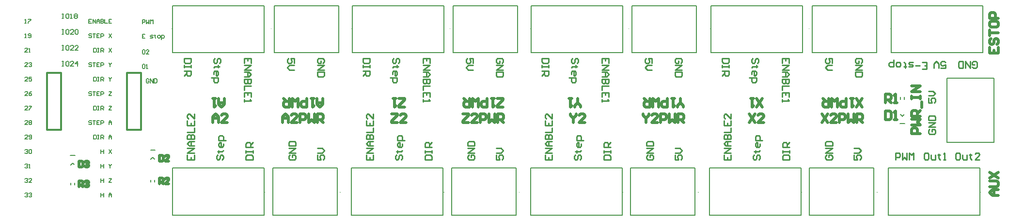
<source format=gto>
G04*
G04 #@! TF.GenerationSoftware,Altium Limited,Altium Designer,21.6.1 (37)*
G04*
G04 Layer_Color=65535*
%FSLAX44Y44*%
%MOMM*%
G71*
G04*
G04 #@! TF.SameCoordinates,826819EA-234B-40C6-A563-737F89A4C456*
G04*
G04*
G04 #@! TF.FilePolarity,Positive*
G04*
G01*
G75*
%ADD10C,0.1000*%
%ADD11C,0.2000*%
%ADD12C,0.3000*%
%ADD13C,0.1800*%
%ADD14C,0.5000*%
%ADD15C,0.2540*%
D10*
X1061500Y337500D02*
G03*
X1062500Y337500I500J0D01*
G01*
D02*
G03*
X1061500Y337500I-500J0D01*
G01*
X889958D02*
G03*
X890957Y337500I500J0D01*
G01*
D02*
G03*
X889958Y337500I-500J0D01*
G01*
X749000D02*
G03*
X750000Y337500I500J0D01*
G01*
D02*
G03*
X749000Y337500I-500J0D01*
G01*
X577458D02*
G03*
X578457Y337500I500J0D01*
G01*
D02*
G03*
X577458Y337500I-500J0D01*
G01*
X436500D02*
G03*
X437500Y337500I500J0D01*
G01*
D02*
G03*
X436500Y337500I-500J0D01*
G01*
X263500D02*
G03*
X264500Y337500I500J0D01*
G01*
D02*
G03*
X263500Y337500I-500J0D01*
G01*
X1518500D02*
G03*
X1519500Y337500I500J0D01*
G01*
D02*
G03*
X1518500Y337500I-500J0D01*
G01*
X1203500D02*
G03*
X1204500Y337500I500J0D01*
G01*
D02*
G03*
X1203500Y337500I-500J0D01*
G01*
X1376500D02*
G03*
X1377500Y337500I500J0D01*
G01*
D02*
G03*
X1376500Y337500I-500J0D01*
G01*
X1660000Y256000D02*
G03*
X1660000Y255000I0J-500D01*
G01*
D02*
G03*
X1660000Y256000I0J500D01*
G01*
X1676500Y50000D02*
G03*
X1675500Y50000I-500J0D01*
G01*
D02*
G03*
X1676500Y50000I500J0D01*
G01*
X1496000D02*
G03*
X1495000Y50000I-500J0D01*
G01*
D02*
G03*
X1496000Y50000I500J0D01*
G01*
X1364000D02*
G03*
X1363000Y50000I-500J0D01*
G01*
D02*
G03*
X1364000Y50000I500J0D01*
G01*
X1183500D02*
G03*
X1182500Y50000I-500J0D01*
G01*
D02*
G03*
X1183500Y50000I500J0D01*
G01*
X1051500D02*
G03*
X1050500Y50000I-500J0D01*
G01*
D02*
G03*
X1051500Y50000I500J0D01*
G01*
X871000D02*
G03*
X870000Y50000I-500J0D01*
G01*
D02*
G03*
X871000Y50000I500J0D01*
G01*
X739000D02*
G03*
X738000Y50000I-500J0D01*
G01*
D02*
G03*
X739000Y50000I500J0D01*
G01*
X558500D02*
G03*
X557500Y50000I-500J0D01*
G01*
D02*
G03*
X558500Y50000I500J0D01*
G01*
X426500D02*
G03*
X425500Y50000I-500J0D01*
G01*
D02*
G03*
X426500Y50000I500J0D01*
G01*
D11*
X233500Y68000D02*
Y72000D01*
X226500Y68000D02*
Y72000D01*
X226625Y108375D02*
X230000Y111750D01*
X233250Y108500D01*
X226250Y124500D02*
X234500D01*
X86625Y98375D02*
X90000Y101750D01*
X93250Y98500D01*
X86250Y114500D02*
X94500D01*
X93500Y63000D02*
Y67000D01*
X86500Y63000D02*
Y67000D01*
X1540000Y183250D02*
X1543375Y186625D01*
X1536750Y186500D02*
X1540000Y183250D01*
X1535500Y170500D02*
X1543750D01*
X1536500Y213000D02*
Y217000D01*
X1543500Y213000D02*
Y217000D01*
X1067500Y377500D02*
X1180000D01*
Y295000D02*
Y377500D01*
X1067500Y295000D02*
X1180000D01*
X1067500D02*
Y377500D01*
X1051458Y295000D02*
Y317500D01*
Y377500D01*
X891458D02*
X1051458D01*
X891458Y295000D02*
X1051458D01*
X891458D02*
Y377500D01*
X1051458Y295000D02*
Y317500D01*
X755000Y377500D02*
X867500D01*
Y295000D02*
Y377500D01*
X755000Y295000D02*
X867500D01*
X755000D02*
Y377500D01*
X738958Y295000D02*
Y317500D01*
Y377500D01*
X578957D02*
X738958D01*
X578957Y295000D02*
X738958D01*
X578957D02*
Y377500D01*
X738958Y295000D02*
Y317500D01*
X442500Y377500D02*
X555000D01*
Y295000D02*
Y377500D01*
X442500Y295000D02*
X555000D01*
X442500D02*
Y377500D01*
X425000Y295000D02*
Y317500D01*
Y377500D01*
X265000D02*
X425000D01*
X265000Y295000D02*
X425000D01*
X265000D02*
Y377500D01*
X425000Y295000D02*
Y317500D01*
X1680000Y295000D02*
Y317500D01*
Y377500D01*
X1520000D02*
X1680000D01*
X1520000Y295000D02*
X1680000D01*
X1520000D02*
Y377500D01*
X1680000Y295000D02*
Y317500D01*
X1365000Y295000D02*
Y317500D01*
Y377500D01*
X1205000D02*
X1365000D01*
X1205000Y295000D02*
X1365000D01*
X1205000D02*
Y377500D01*
X1365000Y295000D02*
Y317500D01*
X1382500Y377500D02*
X1495000D01*
Y295000D02*
Y377500D01*
X1382500Y295000D02*
X1495000D01*
X1382500D02*
Y377500D01*
X1700000Y137500D02*
Y250000D01*
X1617500Y137500D02*
X1700000D01*
X1617500D02*
Y250000D01*
X1700000D01*
X1515000Y70000D02*
Y92500D01*
Y10000D02*
Y70000D01*
Y10000D02*
X1675000D01*
X1515000Y92500D02*
X1675000D01*
Y10000D02*
Y92500D01*
X1515000Y70000D02*
Y92500D01*
X1377500Y10000D02*
X1490000D01*
X1377500D02*
Y92500D01*
X1490000D01*
Y10000D02*
Y92500D01*
X1202500Y70000D02*
Y92500D01*
Y10000D02*
Y70000D01*
Y10000D02*
X1362500D01*
X1202500Y92500D02*
X1362500D01*
Y10000D02*
Y92500D01*
X1202500Y70000D02*
Y92500D01*
X1065000Y10000D02*
X1177500D01*
X1065000D02*
Y92500D01*
X1177500D01*
Y10000D02*
Y92500D01*
X890000Y70000D02*
Y92500D01*
Y10000D02*
Y70000D01*
Y10000D02*
X1050000D01*
X890000Y92500D02*
X1050000D01*
Y10000D02*
Y92500D01*
X890000Y70000D02*
Y92500D01*
X752500Y10000D02*
X865000D01*
X752500D02*
Y92500D01*
X865000D01*
Y10000D02*
Y92500D01*
X577500Y70000D02*
Y92500D01*
Y10000D02*
Y70000D01*
Y10000D02*
X737500D01*
X577500Y92500D02*
X737500D01*
Y10000D02*
Y92500D01*
X577500Y70000D02*
Y92500D01*
X440000Y10000D02*
X552500D01*
X440000D02*
Y92500D01*
X552500D01*
Y10000D02*
Y92500D01*
X265000Y70000D02*
Y92500D01*
Y10000D02*
Y70000D01*
Y10000D02*
X425000D01*
X265000Y92500D02*
X425000D01*
Y10000D02*
Y92500D01*
X265000Y70000D02*
Y92500D01*
D12*
X45000Y160000D02*
Y260000D01*
Y160000D02*
X70000D01*
Y260000D01*
X45000D02*
X70000D01*
X185000D02*
X210000D01*
X185000Y160000D02*
Y260000D01*
Y160000D02*
X210000D01*
Y260000D01*
D13*
X6800Y347015D02*
X9133D01*
X7966D01*
Y354013D01*
X6800Y352847D01*
X12631Y354013D02*
X17297D01*
Y352847D01*
X12631Y348181D01*
Y347015D01*
X6800Y321581D02*
X9133D01*
X7966D01*
Y328578D01*
X6800Y327412D01*
X12631Y322747D02*
X13798Y321581D01*
X16130D01*
X17297Y322747D01*
Y327412D01*
X16130Y328578D01*
X13798D01*
X12631Y327412D01*
Y326246D01*
X13798Y325079D01*
X17297D01*
X11465Y296146D02*
X6800D01*
X11465Y300811D01*
Y301977D01*
X10299Y303144D01*
X7966D01*
X6800Y301977D01*
X13798Y296146D02*
X16130D01*
X14964D01*
Y303144D01*
X13798Y301977D01*
X11465Y270711D02*
X6800D01*
X11465Y275376D01*
Y276543D01*
X10299Y277709D01*
X7966D01*
X6800Y276543D01*
X13798D02*
X14964Y277709D01*
X17297D01*
X18463Y276543D01*
Y275376D01*
X17297Y274210D01*
X16130D01*
X17297D01*
X18463Y273044D01*
Y271878D01*
X17297Y270711D01*
X14964D01*
X13798Y271878D01*
X11465Y245277D02*
X6800D01*
X11465Y249942D01*
Y251108D01*
X10299Y252274D01*
X7966D01*
X6800Y251108D01*
X18463Y252274D02*
X13798D01*
Y248776D01*
X16130Y249942D01*
X17297D01*
X18463Y248776D01*
Y246443D01*
X17297Y245277D01*
X14964D01*
X13798Y246443D01*
X11465Y219842D02*
X6800D01*
X11465Y224507D01*
Y225674D01*
X10299Y226840D01*
X7966D01*
X6800Y225674D01*
X18463Y226840D02*
X16130Y225674D01*
X13798Y223341D01*
Y221008D01*
X14964Y219842D01*
X17297D01*
X18463Y221008D01*
Y222175D01*
X17297Y223341D01*
X13798D01*
X11465Y194408D02*
X6800D01*
X11465Y199073D01*
Y200239D01*
X10299Y201405D01*
X7966D01*
X6800Y200239D01*
X13798Y201405D02*
X18463D01*
Y200239D01*
X13798Y195574D01*
Y194408D01*
X11465Y168973D02*
X6800D01*
X11465Y173638D01*
Y174804D01*
X10299Y175971D01*
X7966D01*
X6800Y174804D01*
X13798D02*
X14964Y175971D01*
X17297D01*
X18463Y174804D01*
Y173638D01*
X17297Y172472D01*
X18463Y171306D01*
Y170139D01*
X17297Y168973D01*
X14964D01*
X13798Y170139D01*
Y171306D01*
X14964Y172472D01*
X13798Y173638D01*
Y174804D01*
X14964Y172472D02*
X17297D01*
X11465Y143538D02*
X6800D01*
X11465Y148203D01*
Y149370D01*
X10299Y150536D01*
X7966D01*
X6800Y149370D01*
X13798Y144705D02*
X14964Y143538D01*
X17297D01*
X18463Y144705D01*
Y149370D01*
X17297Y150536D01*
X14964D01*
X13798Y149370D01*
Y148203D01*
X14964Y147037D01*
X18463D01*
X6800Y123935D02*
X7966Y125101D01*
X10299D01*
X11465Y123935D01*
Y122769D01*
X10299Y121603D01*
X9133D01*
X10299D01*
X11465Y120436D01*
Y119270D01*
X10299Y118104D01*
X7966D01*
X6800Y119270D01*
X13798Y123935D02*
X14964Y125101D01*
X17297D01*
X18463Y123935D01*
Y119270D01*
X17297Y118104D01*
X14964D01*
X13798Y119270D01*
Y123935D01*
X6800Y98501D02*
X7966Y99667D01*
X10299D01*
X11465Y98501D01*
Y97334D01*
X10299Y96168D01*
X9133D01*
X10299D01*
X11465Y95002D01*
Y93835D01*
X10299Y92669D01*
X7966D01*
X6800Y93835D01*
X13798Y92669D02*
X16130D01*
X14964D01*
Y99667D01*
X13798Y98501D01*
X6800Y73066D02*
X7966Y74232D01*
X10299D01*
X11465Y73066D01*
Y71900D01*
X10299Y70733D01*
X9133D01*
X10299D01*
X11465Y69567D01*
Y68401D01*
X10299Y67235D01*
X7966D01*
X6800Y68401D01*
X18463Y67235D02*
X13798D01*
X18463Y71900D01*
Y73066D01*
X17297Y74232D01*
X14964D01*
X13798Y73066D01*
X6800Y47632D02*
X7966Y48798D01*
X10299D01*
X11465Y47632D01*
Y46465D01*
X10299Y45299D01*
X9133D01*
X10299D01*
X11465Y44133D01*
Y42966D01*
X10299Y41800D01*
X7966D01*
X6800Y42966D01*
X13798Y47632D02*
X14964Y48798D01*
X17297D01*
X18463Y47632D01*
Y46465D01*
X17297Y45299D01*
X16130D01*
X17297D01*
X18463Y44133D01*
Y42966D01*
X17297Y41800D01*
X14964D01*
X13798Y42966D01*
X211800Y346202D02*
Y353200D01*
X215299D01*
X216465Y352034D01*
Y349701D01*
X215299Y348535D01*
X211800D01*
X218798Y353200D02*
Y346202D01*
X221130Y348535D01*
X223463Y346202D01*
Y353200D01*
X225795Y346202D02*
Y353200D01*
X228128Y350867D01*
X230461Y353200D01*
Y346202D01*
X216465Y327765D02*
X211800D01*
Y320768D01*
X216465D01*
X211800Y324267D02*
X214133D01*
X225795Y320768D02*
X229294D01*
X230461Y321934D01*
X229294Y323100D01*
X226962D01*
X225795Y324267D01*
X226962Y325433D01*
X230461D01*
X233960Y326599D02*
Y325433D01*
X232793D01*
X235126D01*
X233960D01*
Y321934D01*
X235126Y320768D01*
X239791D02*
X242124D01*
X243290Y321934D01*
Y324267D01*
X242124Y325433D01*
X239791D01*
X238625Y324267D01*
Y321934D01*
X239791Y320768D01*
X245623Y318435D02*
Y325433D01*
X249121D01*
X250288Y324267D01*
Y321934D01*
X249121Y320768D01*
X245623D01*
X215299Y299998D02*
X212966D01*
X211800Y298832D01*
Y294167D01*
X212966Y293001D01*
X215299D01*
X216465Y294167D01*
Y298832D01*
X215299Y299998D01*
X223463Y293001D02*
X218798D01*
X223463Y297666D01*
Y298832D01*
X222297Y299998D01*
X219964D01*
X218798Y298832D01*
X215299Y274564D02*
X212966D01*
X211800Y273397D01*
Y268732D01*
X212966Y267566D01*
X215299D01*
X216465Y268732D01*
Y273397D01*
X215299Y274564D01*
X218798Y267566D02*
X221130D01*
X219964D01*
Y274564D01*
X218798Y273397D01*
X223463Y247963D02*
X222297Y249129D01*
X219964D01*
X218798Y247963D01*
Y243298D01*
X219964Y242131D01*
X222297D01*
X223463Y243298D01*
Y245630D01*
X221130D01*
X225795Y242131D02*
Y249129D01*
X230461Y242131D01*
Y249129D01*
X232793D02*
Y242131D01*
X236292D01*
X237458Y243298D01*
Y247963D01*
X236292Y249129D01*
X232793D01*
X123211Y354013D02*
X118546D01*
Y347015D01*
X123211D01*
X118546Y350514D02*
X120879D01*
X125544Y347015D02*
Y354013D01*
X130209Y347015D01*
Y354013D01*
X132542Y347015D02*
Y351680D01*
X134874Y354013D01*
X137207Y351680D01*
Y347015D01*
Y350514D01*
X132542D01*
X139539Y354013D02*
Y347015D01*
X143038D01*
X144205Y348181D01*
Y349348D01*
X143038Y350514D01*
X139539D01*
X143038D01*
X144205Y351680D01*
Y352847D01*
X143038Y354013D01*
X139539D01*
X146537D02*
Y347015D01*
X151202D01*
X158200Y354013D02*
X153535D01*
Y347015D01*
X158200D01*
X153535Y350514D02*
X155867D01*
X123211Y327412D02*
X122045Y328578D01*
X119712D01*
X118546Y327412D01*
Y326246D01*
X119712Y325079D01*
X122045D01*
X123211Y323913D01*
Y322747D01*
X122045Y321581D01*
X119712D01*
X118546Y322747D01*
X125544Y328578D02*
X130209D01*
X127876D01*
Y321581D01*
X137207Y328578D02*
X132542D01*
Y321581D01*
X137207D01*
X132542Y325079D02*
X134874D01*
X139539Y321581D02*
Y328578D01*
X143038D01*
X144205Y327412D01*
Y325079D01*
X143038Y323913D01*
X139539D01*
X153535Y328578D02*
X158200Y321581D01*
Y328578D02*
X153535Y321581D01*
X126710Y303144D02*
Y296146D01*
X130209D01*
X131375Y297312D01*
Y301977D01*
X130209Y303144D01*
X126710D01*
X133708D02*
X136040D01*
X134874D01*
Y296146D01*
X133708D01*
X136040D01*
X139539D02*
Y303144D01*
X143038D01*
X144205Y301977D01*
Y299645D01*
X143038Y298479D01*
X139539D01*
X141872D02*
X144205Y296146D01*
X153535Y303144D02*
X158200Y296146D01*
Y303144D02*
X153535Y296146D01*
X123211Y276543D02*
X122045Y277709D01*
X119712D01*
X118546Y276543D01*
Y275376D01*
X119712Y274210D01*
X122045D01*
X123211Y273044D01*
Y271878D01*
X122045Y270711D01*
X119712D01*
X118546Y271878D01*
X125544Y277709D02*
X130209D01*
X127876D01*
Y270711D01*
X137207Y277709D02*
X132542D01*
Y270711D01*
X137207D01*
X132542Y274210D02*
X134874D01*
X139539Y270711D02*
Y277709D01*
X143038D01*
X144205Y276543D01*
Y274210D01*
X143038Y273044D01*
X139539D01*
X153535Y277709D02*
Y276543D01*
X155867Y274210D01*
X158200Y276543D01*
Y277709D01*
X155867Y274210D02*
Y270711D01*
X126710Y252274D02*
Y245277D01*
X130209D01*
X131375Y246443D01*
Y251108D01*
X130209Y252274D01*
X126710D01*
X133708D02*
X136040D01*
X134874D01*
Y245277D01*
X133708D01*
X136040D01*
X139539D02*
Y252274D01*
X143038D01*
X144205Y251108D01*
Y248776D01*
X143038Y247609D01*
X139539D01*
X141872D02*
X144205Y245277D01*
X153535Y252274D02*
Y251108D01*
X155867Y248776D01*
X158200Y251108D01*
Y252274D01*
X155867Y248776D02*
Y245277D01*
X123211Y225674D02*
X122045Y226840D01*
X119712D01*
X118546Y225674D01*
Y224507D01*
X119712Y223341D01*
X122045D01*
X123211Y222175D01*
Y221008D01*
X122045Y219842D01*
X119712D01*
X118546Y221008D01*
X125544Y226840D02*
X130209D01*
X127876D01*
Y219842D01*
X137207Y226840D02*
X132542D01*
Y219842D01*
X137207D01*
X132542Y223341D02*
X134874D01*
X139539Y219842D02*
Y226840D01*
X143038D01*
X144205Y225674D01*
Y223341D01*
X143038Y222175D01*
X139539D01*
X153535Y226840D02*
X158200D01*
Y225674D01*
X153535Y221008D01*
Y219842D01*
X158200D01*
X126710Y201405D02*
Y194408D01*
X130209D01*
X131375Y195574D01*
Y200239D01*
X130209Y201405D01*
X126710D01*
X133708D02*
X136040D01*
X134874D01*
Y194408D01*
X133708D01*
X136040D01*
X139539D02*
Y201405D01*
X143038D01*
X144205Y200239D01*
Y197906D01*
X143038Y196740D01*
X139539D01*
X141872D02*
X144205Y194408D01*
X153535Y201405D02*
X158200D01*
Y200239D01*
X153535Y195574D01*
Y194408D01*
X158200D01*
X123211Y174804D02*
X122045Y175971D01*
X119712D01*
X118546Y174804D01*
Y173638D01*
X119712Y172472D01*
X122045D01*
X123211Y171306D01*
Y170139D01*
X122045Y168973D01*
X119712D01*
X118546Y170139D01*
X125544Y175971D02*
X130209D01*
X127876D01*
Y168973D01*
X137207Y175971D02*
X132542D01*
Y168973D01*
X137207D01*
X132542Y172472D02*
X134874D01*
X139539Y168973D02*
Y175971D01*
X143038D01*
X144205Y174804D01*
Y172472D01*
X143038Y171306D01*
X139539D01*
X153535Y168973D02*
Y173638D01*
X155867Y175971D01*
X158200Y173638D01*
Y168973D01*
Y172472D01*
X153535D01*
X126710Y150536D02*
Y143538D01*
X130209D01*
X131375Y144705D01*
Y149370D01*
X130209Y150536D01*
X126710D01*
X133708D02*
X136040D01*
X134874D01*
Y143538D01*
X133708D01*
X136040D01*
X139539D02*
Y150536D01*
X143038D01*
X144205Y149370D01*
Y147037D01*
X143038Y145871D01*
X139539D01*
X141872D02*
X144205Y143538D01*
X153535D02*
Y148203D01*
X155867Y150536D01*
X158200Y148203D01*
Y143538D01*
Y147037D01*
X153535D01*
X139539Y125101D02*
Y118104D01*
Y121603D01*
X144205D01*
Y125101D01*
Y118104D01*
X153535Y125101D02*
X158200Y118104D01*
Y125101D02*
X153535Y118104D01*
X139539Y99667D02*
Y92669D01*
Y96168D01*
X144205D01*
Y99667D01*
Y92669D01*
X153535Y99667D02*
Y98501D01*
X155867Y96168D01*
X158200Y98501D01*
Y99667D01*
X155867Y96168D02*
Y92669D01*
X139539Y74232D02*
Y67235D01*
Y70733D01*
X144205D01*
Y74232D01*
Y67235D01*
X153535Y74232D02*
X158200D01*
Y73066D01*
X153535Y68401D01*
Y67235D01*
X158200D01*
X139539Y48798D02*
Y41800D01*
Y45299D01*
X144205D01*
Y48798D01*
Y41800D01*
X153535D02*
Y46465D01*
X155867Y48798D01*
X158200Y46465D01*
Y41800D01*
Y45299D01*
X153535D01*
X71800Y363299D02*
X74466D01*
X73133D01*
Y355301D01*
X71800D01*
X74466D01*
X82463Y363299D02*
X79798D01*
X78464Y361966D01*
Y356634D01*
X79798Y355301D01*
X82463D01*
X83796Y356634D01*
Y361966D01*
X82463Y363299D01*
X86462Y355301D02*
X89128D01*
X87795D01*
Y363299D01*
X86462Y361966D01*
X93126D02*
X94459Y363299D01*
X97125D01*
X98458Y361966D01*
Y360633D01*
X97125Y359300D01*
X98458Y357967D01*
Y356634D01*
X97125Y355301D01*
X94459D01*
X93126Y356634D01*
Y357967D01*
X94459Y359300D01*
X93126Y360633D01*
Y361966D01*
X94459Y359300D02*
X97125D01*
X71800Y335465D02*
X74466D01*
X73133D01*
Y327467D01*
X71800D01*
X74466D01*
X82463Y335465D02*
X79798D01*
X78464Y334132D01*
Y328801D01*
X79798Y327467D01*
X82463D01*
X83796Y328801D01*
Y334132D01*
X82463Y335465D01*
X91794Y327467D02*
X86462D01*
X91794Y332799D01*
Y334132D01*
X90461Y335465D01*
X87795D01*
X86462Y334132D01*
X94459D02*
X95792Y335465D01*
X98458D01*
X99791Y334132D01*
Y328801D01*
X98458Y327467D01*
X95792D01*
X94459Y328801D01*
Y334132D01*
X71800Y307631D02*
X74466D01*
X73133D01*
Y299634D01*
X71800D01*
X74466D01*
X82463Y307631D02*
X79798D01*
X78464Y306298D01*
Y300967D01*
X79798Y299634D01*
X82463D01*
X83796Y300967D01*
Y306298D01*
X82463Y307631D01*
X91794Y299634D02*
X86462D01*
X91794Y304965D01*
Y306298D01*
X90461Y307631D01*
X87795D01*
X86462Y306298D01*
X99791Y299634D02*
X94459D01*
X99791Y304965D01*
Y306298D01*
X98458Y307631D01*
X95792D01*
X94459Y306298D01*
X71800Y279797D02*
X74466D01*
X73133D01*
Y271800D01*
X71800D01*
X74466D01*
X82463Y279797D02*
X79798D01*
X78464Y278465D01*
Y273133D01*
X79798Y271800D01*
X82463D01*
X83796Y273133D01*
Y278465D01*
X82463Y279797D01*
X91794Y271800D02*
X86462D01*
X91794Y277132D01*
Y278465D01*
X90461Y279797D01*
X87795D01*
X86462Y278465D01*
X98458Y271800D02*
Y279797D01*
X94459Y275799D01*
X99791D01*
D14*
X241669Y65002D02*
Y74998D01*
X246668D01*
X248334Y73332D01*
Y70000D01*
X246668Y68334D01*
X241669D01*
X245002D02*
X248334Y65002D01*
X258331D02*
X251666D01*
X258331Y71666D01*
Y73332D01*
X256665Y74998D01*
X253332D01*
X251666Y73332D01*
X241669Y114998D02*
Y105002D01*
X246668D01*
X248334Y106668D01*
Y113332D01*
X246668Y114998D01*
X241669D01*
X258331Y105002D02*
X251666D01*
X258331Y111666D01*
Y113332D01*
X256665Y114998D01*
X253332D01*
X251666Y113332D01*
X101669Y104998D02*
Y95002D01*
X106668D01*
X108334Y96668D01*
Y103332D01*
X106668Y104998D01*
X101669D01*
X111666Y103332D02*
X113332Y104998D01*
X116664D01*
X118331Y103332D01*
Y101666D01*
X116664Y100000D01*
X114998D01*
X116664D01*
X118331Y98334D01*
Y96668D01*
X116664Y95002D01*
X113332D01*
X111666Y96668D01*
X101669Y60002D02*
Y69998D01*
X106668D01*
X108334Y68332D01*
Y65000D01*
X106668Y63334D01*
X101669D01*
X105002D02*
X108334Y60002D01*
X111666Y68332D02*
X113332Y69998D01*
X116664D01*
X118331Y68332D01*
Y66666D01*
X116664Y65000D01*
X114998D01*
X116664D01*
X118331Y63334D01*
Y61668D01*
X116664Y60002D01*
X113332D01*
X111666Y61668D01*
X1509843Y192617D02*
Y177383D01*
X1517461D01*
X1520000Y179922D01*
Y190078D01*
X1517461Y192617D01*
X1509843D01*
X1525078Y177383D02*
X1530157D01*
X1527618D01*
Y192617D01*
X1525078Y190078D01*
X1509843Y207383D02*
Y222617D01*
X1517461D01*
X1520000Y220078D01*
Y215000D01*
X1517461Y212461D01*
X1509843D01*
X1514922D02*
X1520000Y207383D01*
X1525078D02*
X1530157D01*
X1527618D01*
Y222617D01*
X1525078Y220078D01*
X647304Y187617D02*
X657461D01*
Y185078D01*
X647304Y174922D01*
Y172383D01*
X657461D01*
X672696D02*
X662539D01*
X672696Y182539D01*
Y185078D01*
X670157Y187617D01*
X665078D01*
X662539Y185078D01*
X771952Y187617D02*
X782108D01*
Y185078D01*
X771952Y174922D01*
Y172383D01*
X782108D01*
X797343D02*
X787187D01*
X797343Y182539D01*
Y185078D01*
X794804Y187617D01*
X789726D01*
X787187Y185078D01*
X802422Y172383D02*
Y187617D01*
X810039D01*
X812578Y185078D01*
Y180000D01*
X810039Y177461D01*
X802422D01*
X817657Y187617D02*
Y172383D01*
X822735Y177461D01*
X827813Y172383D01*
Y187617D01*
X832892Y172383D02*
Y187617D01*
X840509D01*
X843048Y185078D01*
Y180000D01*
X840509Y177461D01*
X832892D01*
X837970D02*
X843048Y172383D01*
X670157Y199883D02*
X660000D01*
Y202422D01*
X670157Y212578D01*
Y215118D01*
X660000D01*
X654922D02*
X649843D01*
X652383D01*
Y199883D01*
X654922Y202422D01*
X841779Y199883D02*
X831622D01*
Y202422D01*
X841779Y212578D01*
Y215118D01*
X831622D01*
X826544D02*
X821466D01*
X824005D01*
Y199883D01*
X826544Y202422D01*
X813848Y215118D02*
Y199883D01*
X806230D01*
X803691Y202422D01*
Y207500D01*
X806230Y210039D01*
X813848D01*
X798613Y199883D02*
Y215118D01*
X793534Y210039D01*
X788456Y215118D01*
Y199883D01*
X783378Y215118D02*
Y199883D01*
X775760D01*
X773221Y202422D01*
Y207500D01*
X775760Y210039D01*
X783378D01*
X778299D02*
X773221Y215118D01*
X959804Y187617D02*
Y185078D01*
X964883Y180000D01*
X969961Y185078D01*
Y187617D01*
X964883Y180000D02*
Y172383D01*
X985196D02*
X975039D01*
X985196Y182539D01*
Y185078D01*
X982657Y187617D01*
X977578D01*
X975039Y185078D01*
X1086952Y187617D02*
Y185078D01*
X1092030Y180000D01*
X1097108Y185078D01*
Y187617D01*
X1092030Y180000D02*
Y172383D01*
X1112343D02*
X1102187D01*
X1112343Y182539D01*
Y185078D01*
X1109804Y187617D01*
X1104726D01*
X1102187Y185078D01*
X1117422Y172383D02*
Y187617D01*
X1125039D01*
X1127578Y185078D01*
Y180000D01*
X1125039Y177461D01*
X1117422D01*
X1132657Y187617D02*
Y172383D01*
X1137735Y177461D01*
X1142813Y172383D01*
Y187617D01*
X1147892Y172383D02*
Y187617D01*
X1155509D01*
X1158048Y185078D01*
Y180000D01*
X1155509Y177461D01*
X1147892D01*
X1152970D02*
X1158048Y172383D01*
X977657Y199883D02*
Y202422D01*
X972578Y207500D01*
X967500Y202422D01*
Y199883D01*
X972578Y207500D02*
Y215118D01*
X962422D02*
X957343D01*
X959883D01*
Y199883D01*
X962422Y202422D01*
X1156779Y199883D02*
Y202422D01*
X1151701Y207500D01*
X1146622Y202422D01*
Y199883D01*
X1151701Y207500D02*
Y215118D01*
X1141544D02*
X1136466D01*
X1139005D01*
Y199883D01*
X1141544Y202422D01*
X1128848Y215118D02*
Y199883D01*
X1121230D01*
X1118691Y202422D01*
Y207500D01*
X1121230Y210039D01*
X1128848D01*
X1113613Y199883D02*
Y215118D01*
X1108534Y210039D01*
X1103456Y215118D01*
Y199883D01*
X1098378Y215118D02*
Y199883D01*
X1090760D01*
X1088221Y202422D01*
Y207500D01*
X1090760Y210039D01*
X1098378D01*
X1093299D02*
X1088221Y215118D01*
X1272304Y187617D02*
X1282461Y172383D01*
Y187617D02*
X1272304Y172383D01*
X1297696D02*
X1287539D01*
X1297696Y182539D01*
Y185078D01*
X1295157Y187617D01*
X1290078D01*
X1287539Y185078D01*
X1399451Y187617D02*
X1409608Y172383D01*
Y187617D02*
X1399451Y172383D01*
X1424843D02*
X1414687D01*
X1424843Y182539D01*
Y185078D01*
X1422304Y187617D01*
X1417226D01*
X1414687Y185078D01*
X1429922Y172383D02*
Y187617D01*
X1437539D01*
X1440078Y185078D01*
Y180000D01*
X1437539Y177461D01*
X1429922D01*
X1445157Y187617D02*
Y172383D01*
X1450235Y177461D01*
X1455314Y172383D01*
Y187617D01*
X1460392Y172383D02*
Y187617D01*
X1468009D01*
X1470549Y185078D01*
Y180000D01*
X1468009Y177461D01*
X1460392D01*
X1465470D02*
X1470549Y172383D01*
X1295157Y199883D02*
X1285000Y215118D01*
Y199883D02*
X1295157Y215118D01*
X1279922D02*
X1274843D01*
X1277383D01*
Y199883D01*
X1279922Y202422D01*
X1469279Y199883D02*
X1459122Y215118D01*
Y199883D02*
X1469279Y215118D01*
X1454044D02*
X1448965D01*
X1451505D01*
Y199883D01*
X1454044Y202422D01*
X1441348Y215118D02*
Y199883D01*
X1433730D01*
X1431191Y202422D01*
Y207500D01*
X1433730Y210039D01*
X1441348D01*
X1426113Y199883D02*
Y215118D01*
X1421035Y210039D01*
X1415956Y215118D01*
Y199883D01*
X1410878Y215118D02*
Y199883D01*
X1403260D01*
X1400721Y202422D01*
Y207500D01*
X1403260Y210039D01*
X1410878D01*
X1405800D02*
X1400721Y215118D01*
X1571348Y153104D02*
X1556113D01*
Y160721D01*
X1558652Y163260D01*
X1563730D01*
X1566270Y160721D01*
Y153104D01*
X1556113Y168339D02*
X1571348D01*
X1566270Y173417D01*
X1571348Y178495D01*
X1556113D01*
X1571348Y183574D02*
X1556113D01*
Y191191D01*
X1558652Y193730D01*
X1563730D01*
X1566270Y191191D01*
Y183574D01*
Y188652D02*
X1571348Y193730D01*
X1573887Y198809D02*
Y208965D01*
X1556113Y214044D02*
Y219122D01*
Y216583D01*
X1571348D01*
Y214044D01*
Y219122D01*
Y226740D02*
X1556113D01*
X1571348Y236896D01*
X1556113D01*
X1692383Y304608D02*
Y294452D01*
X1707617D01*
Y304608D01*
X1700000Y294452D02*
Y299530D01*
X1694922Y319843D02*
X1692383Y317304D01*
Y312226D01*
X1694922Y309687D01*
X1697461D01*
X1700000Y312226D01*
Y317304D01*
X1702539Y319843D01*
X1705078D01*
X1707617Y317304D01*
Y312226D01*
X1705078Y309687D01*
X1692383Y324922D02*
Y335078D01*
Y330000D01*
X1707617D01*
X1692383Y347774D02*
Y342696D01*
X1694922Y340157D01*
X1705078D01*
X1707617Y342696D01*
Y347774D01*
X1705078Y350313D01*
X1694922D01*
X1692383Y347774D01*
X1707617Y355392D02*
X1692383D01*
Y363009D01*
X1694922Y365549D01*
X1700000D01*
X1702539Y363009D01*
Y355392D01*
X1707617Y44687D02*
X1697461D01*
X1692383Y49765D01*
X1697461Y54843D01*
X1707617D01*
X1700000D01*
Y44687D01*
X1692383Y59922D02*
X1705078D01*
X1707617Y62461D01*
Y67539D01*
X1705078Y70078D01*
X1692383D01*
Y75157D02*
X1707617Y85313D01*
X1692383D02*
X1707617Y75157D01*
X334804Y172383D02*
Y182539D01*
X339883Y187617D01*
X344961Y182539D01*
Y172383D01*
Y180000D01*
X334804D01*
X360196Y172383D02*
X350039D01*
X360196Y182539D01*
Y185078D01*
X357657Y187617D01*
X352578D01*
X350039Y185078D01*
X456951Y172383D02*
Y182539D01*
X462030Y187617D01*
X467108Y182539D01*
Y172383D01*
Y180000D01*
X456951D01*
X482343Y172383D02*
X472187D01*
X482343Y182539D01*
Y185078D01*
X479804Y187617D01*
X474726D01*
X472187Y185078D01*
X487422Y172383D02*
Y187617D01*
X495039D01*
X497578Y185078D01*
Y180000D01*
X495039Y177461D01*
X487422D01*
X502657Y187617D02*
Y172383D01*
X507735Y177461D01*
X512813Y172383D01*
Y187617D01*
X517892Y172383D02*
Y187617D01*
X525509D01*
X528049Y185078D01*
Y180000D01*
X525509Y177461D01*
X517892D01*
X522970D02*
X528049Y172383D01*
X355157Y215118D02*
Y204961D01*
X350078Y199883D01*
X345000Y204961D01*
Y215118D01*
Y207500D01*
X355157D01*
X339922Y215118D02*
X334843D01*
X337383D01*
Y199883D01*
X339922Y202422D01*
X526779Y215118D02*
Y204961D01*
X521701Y199883D01*
X516622Y204961D01*
Y215118D01*
Y207500D01*
X526779D01*
X511544Y215118D02*
X506465D01*
X509005D01*
Y199883D01*
X511544Y202422D01*
X498848Y215118D02*
Y199883D01*
X491230D01*
X488691Y202422D01*
Y207500D01*
X491230Y210039D01*
X498848D01*
X483613Y199883D02*
Y215118D01*
X478535Y210039D01*
X473456Y215118D01*
Y199883D01*
X468378Y215118D02*
Y199883D01*
X460760D01*
X458221Y202422D01*
Y207500D01*
X460760Y210039D01*
X468378D01*
X463299D02*
X458221Y215118D01*
D15*
X1638538Y119536D02*
X1634539D01*
X1632540Y117537D01*
Y109539D01*
X1634539Y107540D01*
X1638538D01*
X1640537Y109539D01*
Y117537D01*
X1638538Y119536D01*
X1644536Y115537D02*
Y109539D01*
X1646535Y107540D01*
X1652534D01*
Y115537D01*
X1658532Y117537D02*
Y115537D01*
X1656532D01*
X1660531D01*
X1658532D01*
Y109539D01*
X1660531Y107540D01*
X1674526D02*
X1666529D01*
X1674526Y115537D01*
Y117537D01*
X1672527Y119536D01*
X1668528D01*
X1666529Y117537D01*
X1583538Y119536D02*
X1579539D01*
X1577540Y117537D01*
Y109539D01*
X1579539Y107540D01*
X1583538D01*
X1585537Y109539D01*
Y117537D01*
X1583538Y119536D01*
X1589536Y115537D02*
Y109539D01*
X1591535Y107540D01*
X1597534D01*
Y115537D01*
X1603532Y117537D02*
Y115537D01*
X1601532D01*
X1605531D01*
X1603532D01*
Y109539D01*
X1605531Y107540D01*
X1611529D02*
X1615528D01*
X1613528D01*
Y119536D01*
X1611529Y117537D01*
X1527540Y107540D02*
Y119536D01*
X1533538D01*
X1535537Y117537D01*
Y113538D01*
X1533538Y111539D01*
X1527540D01*
X1539536Y119536D02*
Y107540D01*
X1543535Y111539D01*
X1547534Y107540D01*
Y119536D01*
X1551532Y107540D02*
Y119536D01*
X1555531Y115537D01*
X1559530Y119536D01*
Y107540D01*
X1661963Y269963D02*
X1663962Y267964D01*
X1667961D01*
X1669960Y269963D01*
Y277961D01*
X1667961Y279960D01*
X1663962D01*
X1661963Y277961D01*
Y273962D01*
X1665961D01*
X1657964Y279960D02*
Y267964D01*
X1649966Y279960D01*
Y267964D01*
X1645968D02*
Y279960D01*
X1639970D01*
X1637970Y277961D01*
Y269963D01*
X1639970Y267964D01*
X1645968D01*
X1606963D02*
X1614960D01*
Y273962D01*
X1610961Y271963D01*
X1608962D01*
X1606963Y273962D01*
Y277961D01*
X1608962Y279960D01*
X1612961D01*
X1614960Y277961D01*
X1602964Y267964D02*
Y275961D01*
X1598965Y279960D01*
X1594966Y275961D01*
Y267964D01*
X527537Y276963D02*
X529536Y278962D01*
Y282961D01*
X527537Y284960D01*
X519539D01*
X517540Y282961D01*
Y278962D01*
X519539Y276963D01*
X523538D01*
Y280961D01*
X517540Y272964D02*
X529536D01*
X517540Y264967D01*
X529536D01*
Y260968D02*
X517540D01*
Y254970D01*
X519539Y252970D01*
X527537D01*
X529536Y254970D01*
Y260968D01*
X477036Y276963D02*
Y284960D01*
X471038D01*
X473037Y280961D01*
Y278962D01*
X471038Y276963D01*
X467039D01*
X465040Y278962D01*
Y282961D01*
X467039Y284960D01*
X477036Y272964D02*
X469039D01*
X465040Y268965D01*
X469039Y264967D01*
X477036D01*
X402036Y276963D02*
Y284960D01*
X390040D01*
Y276963D01*
X396038Y284960D02*
Y280961D01*
X390040Y272964D02*
X402036D01*
X390040Y264967D01*
X402036D01*
X390040Y260968D02*
X398037D01*
X402036Y256969D01*
X398037Y252970D01*
X390040D01*
X396038D01*
Y260968D01*
X402036Y248972D02*
X390040D01*
Y242974D01*
X392039Y240974D01*
X394039D01*
X396038Y242974D01*
Y248972D01*
Y242974D01*
X398037Y240974D01*
X400037D01*
X402036Y242974D01*
Y248972D01*
Y236975D02*
X390040D01*
Y228978D01*
X402036Y216982D02*
Y224979D01*
X390040D01*
Y216982D01*
X396038Y224979D02*
Y220981D01*
X390040Y212983D02*
Y208985D01*
Y210984D01*
X402036D01*
X400037Y212983D01*
X346535Y276963D02*
X348535Y278962D01*
Y282961D01*
X346535Y284960D01*
X344536D01*
X342537Y282961D01*
Y278962D01*
X340537Y276963D01*
X338538D01*
X336539Y278962D01*
Y282961D01*
X338538Y284960D01*
X346535Y270965D02*
X344536D01*
Y272964D01*
Y268965D01*
Y270965D01*
X338538D01*
X336539Y268965D01*
Y256969D02*
Y260968D01*
X338538Y262967D01*
X342537D01*
X344536Y260968D01*
Y256969D01*
X342537Y254970D01*
X340537D01*
Y262967D01*
X332540Y250971D02*
X344536D01*
Y244973D01*
X342537Y242974D01*
X338538D01*
X336539Y244973D01*
Y250971D01*
X297036Y284960D02*
X285040D01*
Y278962D01*
X287039Y276963D01*
X295037D01*
X297036Y278962D01*
Y284960D01*
Y272964D02*
Y268965D01*
Y270965D01*
X285040D01*
Y272964D01*
Y268965D01*
Y262967D02*
X297036D01*
Y256969D01*
X295037Y254970D01*
X291038D01*
X289039Y256969D01*
Y262967D01*
Y258968D02*
X285040Y254970D01*
X840037Y276963D02*
X842036Y278962D01*
Y282961D01*
X840037Y284960D01*
X832039D01*
X830040Y282961D01*
Y278962D01*
X832039Y276963D01*
X836038D01*
Y280961D01*
X830040Y272964D02*
X842036D01*
X830040Y264967D01*
X842036D01*
Y260968D02*
X830040D01*
Y254970D01*
X832039Y252970D01*
X840037D01*
X842036Y254970D01*
Y260968D01*
X789536Y276963D02*
Y284960D01*
X783538D01*
X785537Y280961D01*
Y278962D01*
X783538Y276963D01*
X779539D01*
X777540Y278962D01*
Y282961D01*
X779539Y284960D01*
X789536Y272964D02*
X781539D01*
X777540Y268965D01*
X781539Y264967D01*
X789536D01*
X714536Y276963D02*
Y284960D01*
X702540D01*
Y276963D01*
X708538Y284960D02*
Y280961D01*
X702540Y272964D02*
X714536D01*
X702540Y264967D01*
X714536D01*
X702540Y260968D02*
X710537D01*
X714536Y256969D01*
X710537Y252970D01*
X702540D01*
X708538D01*
Y260968D01*
X714536Y248972D02*
X702540D01*
Y242974D01*
X704539Y240974D01*
X706539D01*
X708538Y242974D01*
Y248972D01*
Y242974D01*
X710537Y240974D01*
X712537D01*
X714536Y242974D01*
Y248972D01*
Y236975D02*
X702540D01*
Y228978D01*
X714536Y216982D02*
Y224979D01*
X702540D01*
Y216982D01*
X708538Y224979D02*
Y220981D01*
X702540Y212983D02*
Y208985D01*
Y210984D01*
X714536D01*
X712537Y212983D01*
X659035Y276963D02*
X661035Y278962D01*
Y282961D01*
X659035Y284960D01*
X657036D01*
X655037Y282961D01*
Y278962D01*
X653037Y276963D01*
X651038D01*
X649039Y278962D01*
Y282961D01*
X651038Y284960D01*
X659035Y270965D02*
X657036D01*
Y272964D01*
Y268965D01*
Y270965D01*
X651038D01*
X649039Y268965D01*
Y256969D02*
Y260968D01*
X651038Y262967D01*
X655037D01*
X657036Y260968D01*
Y256969D01*
X655037Y254970D01*
X653037D01*
Y262967D01*
X645040Y250971D02*
X657036D01*
Y244973D01*
X655037Y242974D01*
X651038D01*
X649039Y244973D01*
Y250971D01*
X609536Y284960D02*
X597540D01*
Y278962D01*
X599539Y276963D01*
X607537D01*
X609536Y278962D01*
Y284960D01*
Y272964D02*
Y268965D01*
Y270965D01*
X597540D01*
Y272964D01*
Y268965D01*
Y262967D02*
X609536D01*
Y256969D01*
X607537Y254970D01*
X603538D01*
X601539Y256969D01*
Y262967D01*
Y258968D02*
X597540Y254970D01*
X1152537Y276963D02*
X1154536Y278962D01*
Y282961D01*
X1152537Y284960D01*
X1144539D01*
X1142540Y282961D01*
Y278962D01*
X1144539Y276963D01*
X1148538D01*
Y280961D01*
X1142540Y272964D02*
X1154536D01*
X1142540Y264967D01*
X1154536D01*
Y260968D02*
X1142540D01*
Y254970D01*
X1144539Y252970D01*
X1152537D01*
X1154536Y254970D01*
Y260968D01*
X1102036Y276963D02*
Y284960D01*
X1096038D01*
X1098037Y280961D01*
Y278962D01*
X1096038Y276963D01*
X1092039D01*
X1090040Y278962D01*
Y282961D01*
X1092039Y284960D01*
X1102036Y272964D02*
X1094039D01*
X1090040Y268965D01*
X1094039Y264967D01*
X1102036D01*
X1027036Y276963D02*
Y284960D01*
X1015040D01*
Y276963D01*
X1021038Y284960D02*
Y280961D01*
X1015040Y272964D02*
X1027036D01*
X1015040Y264967D01*
X1027036D01*
X1015040Y260968D02*
X1023037D01*
X1027036Y256969D01*
X1023037Y252970D01*
X1015040D01*
X1021038D01*
Y260968D01*
X1027036Y248972D02*
X1015040D01*
Y242974D01*
X1017039Y240974D01*
X1019039D01*
X1021038Y242974D01*
Y248972D01*
Y242974D01*
X1023037Y240974D01*
X1025037D01*
X1027036Y242974D01*
Y248972D01*
Y236975D02*
X1015040D01*
Y228978D01*
X1027036Y216982D02*
Y224979D01*
X1015040D01*
Y216982D01*
X1021038Y224979D02*
Y220981D01*
X1015040Y212983D02*
Y208985D01*
Y210984D01*
X1027036D01*
X1025037Y212983D01*
X971535Y276963D02*
X973535Y278962D01*
Y282961D01*
X971535Y284960D01*
X969536D01*
X967537Y282961D01*
Y278962D01*
X965537Y276963D01*
X963538D01*
X961539Y278962D01*
Y282961D01*
X963538Y284960D01*
X971535Y270965D02*
X969536D01*
Y272964D01*
Y268965D01*
Y270965D01*
X963538D01*
X961539Y268965D01*
Y256969D02*
Y260968D01*
X963538Y262967D01*
X967537D01*
X969536Y260968D01*
Y256969D01*
X967537Y254970D01*
X965537D01*
Y262967D01*
X957540Y250971D02*
X969536D01*
Y244973D01*
X967537Y242974D01*
X963538D01*
X961539Y244973D01*
Y250971D01*
X922036Y284960D02*
X910040D01*
Y278962D01*
X912039Y276963D01*
X920037D01*
X922036Y278962D01*
Y284960D01*
Y272964D02*
Y268965D01*
Y270965D01*
X910040D01*
Y272964D01*
Y268965D01*
Y262967D02*
X922036D01*
Y256969D01*
X920037Y254970D01*
X916038D01*
X914039Y256969D01*
Y262967D01*
Y258968D02*
X910040Y254970D01*
X1467537Y276963D02*
X1469536Y278962D01*
Y282961D01*
X1467537Y284960D01*
X1459539D01*
X1457540Y282961D01*
Y278962D01*
X1459539Y276963D01*
X1463538D01*
Y280961D01*
X1457540Y272964D02*
X1469536D01*
X1457540Y264967D01*
X1469536D01*
Y260968D02*
X1457540D01*
Y254970D01*
X1459539Y252970D01*
X1467537D01*
X1469536Y254970D01*
Y260968D01*
X1417036Y276963D02*
Y284960D01*
X1411038D01*
X1413038Y280961D01*
Y278962D01*
X1411038Y276963D01*
X1407039D01*
X1405040Y278962D01*
Y282961D01*
X1407039Y284960D01*
X1417036Y272964D02*
X1409039D01*
X1405040Y268965D01*
X1409039Y264967D01*
X1417036D01*
X1342036Y276963D02*
Y284960D01*
X1330040D01*
Y276963D01*
X1336038Y284960D02*
Y280961D01*
X1330040Y272964D02*
X1342036D01*
X1330040Y264967D01*
X1342036D01*
X1330040Y260968D02*
X1338038D01*
X1342036Y256969D01*
X1338038Y252970D01*
X1330040D01*
X1336038D01*
Y260968D01*
X1342036Y248972D02*
X1330040D01*
Y242974D01*
X1332039Y240974D01*
X1334039D01*
X1336038Y242974D01*
Y248972D01*
Y242974D01*
X1338038Y240974D01*
X1340037D01*
X1342036Y242974D01*
Y248972D01*
Y236975D02*
X1330040D01*
Y228978D01*
X1342036Y216982D02*
Y224979D01*
X1330040D01*
Y216982D01*
X1336038Y224979D02*
Y220981D01*
X1330040Y212983D02*
Y208985D01*
Y210984D01*
X1342036D01*
X1340037Y212983D01*
X1286535Y276963D02*
X1288535Y278962D01*
Y282961D01*
X1286535Y284960D01*
X1284536D01*
X1282537Y282961D01*
Y278962D01*
X1280537Y276963D01*
X1278538D01*
X1276539Y278962D01*
Y282961D01*
X1278538Y284960D01*
X1286535Y270965D02*
X1284536D01*
Y272964D01*
Y268965D01*
Y270965D01*
X1278538D01*
X1276539Y268965D01*
Y256969D02*
Y260968D01*
X1278538Y262967D01*
X1282537D01*
X1284536Y260968D01*
Y256969D01*
X1282537Y254970D01*
X1280537D01*
Y262967D01*
X1272540Y250971D02*
X1284536D01*
Y244973D01*
X1282537Y242974D01*
X1278538D01*
X1276539Y244973D01*
Y250971D01*
X1237036Y284960D02*
X1225040D01*
Y278962D01*
X1227039Y276963D01*
X1235037D01*
X1237036Y278962D01*
Y284960D01*
Y272964D02*
Y268965D01*
Y270965D01*
X1225040D01*
Y272964D01*
Y268965D01*
Y262967D02*
X1237036D01*
Y256969D01*
X1235037Y254970D01*
X1231038D01*
X1229039Y256969D01*
Y262967D01*
Y258968D02*
X1225040Y254970D01*
X1574463Y266465D02*
X1582460D01*
Y278461D01*
X1574463D01*
X1582460Y272463D02*
X1578461D01*
X1570464D02*
X1562466D01*
X1558468Y278461D02*
X1552470D01*
X1550470Y276462D01*
X1552470Y274463D01*
X1556468D01*
X1558468Y272463D01*
X1556468Y270464D01*
X1550470D01*
X1544472Y268465D02*
Y270464D01*
X1546472D01*
X1542473D01*
X1544472D01*
Y276462D01*
X1542473Y278461D01*
X1534476D02*
X1530477D01*
X1528477Y276462D01*
Y272463D01*
X1530477Y270464D01*
X1534476D01*
X1536475Y272463D01*
Y276462D01*
X1534476Y278461D01*
X1524479Y282460D02*
Y270464D01*
X1518481D01*
X1516481Y272463D01*
Y276462D01*
X1518481Y278461D01*
X1524479D01*
X1585464Y215537D02*
Y207540D01*
X1591462D01*
X1589463Y211539D01*
Y213538D01*
X1591462Y215537D01*
X1595461D01*
X1597460Y213538D01*
Y209539D01*
X1595461Y207540D01*
X1585464Y219536D02*
X1593461D01*
X1597460Y223535D01*
X1593461Y227533D01*
X1585464D01*
X1587463Y160537D02*
X1585464Y158538D01*
Y154539D01*
X1587463Y152540D01*
X1595461D01*
X1597460Y154539D01*
Y158538D01*
X1595461Y160537D01*
X1591462D01*
Y156539D01*
X1597460Y164536D02*
X1585464D01*
X1597460Y172533D01*
X1585464D01*
Y176532D02*
X1597460D01*
Y182530D01*
X1595461Y184530D01*
X1587463D01*
X1585464Y182530D01*
Y176532D01*
X1280965Y115537D02*
X1278965Y113538D01*
Y109539D01*
X1280965Y107540D01*
X1282964D01*
X1284963Y109539D01*
Y113538D01*
X1286963Y115537D01*
X1288962D01*
X1290961Y113538D01*
Y109539D01*
X1288962Y107540D01*
X1280965Y121536D02*
X1282964D01*
Y119536D01*
Y123535D01*
Y121536D01*
X1288962D01*
X1290961Y123535D01*
Y135531D02*
Y131532D01*
X1288962Y129533D01*
X1284963D01*
X1282964Y131532D01*
Y135531D01*
X1284963Y137530D01*
X1286963D01*
Y129533D01*
X1294960Y141529D02*
X1282964D01*
Y147527D01*
X1284963Y149526D01*
X1288962D01*
X1290961Y147527D01*
Y141529D01*
X1330464Y107540D02*
X1342460D01*
Y113538D01*
X1340461Y115537D01*
X1332463D01*
X1330464Y113538D01*
Y107540D01*
Y119536D02*
Y123535D01*
Y121535D01*
X1342460D01*
Y119536D01*
Y123535D01*
Y129533D02*
X1330464D01*
Y135531D01*
X1332463Y137530D01*
X1336462D01*
X1338461Y135531D01*
Y129533D01*
Y133532D02*
X1342460Y137530D01*
X1227964Y115537D02*
Y107540D01*
X1239960D01*
Y115537D01*
X1233962Y107540D02*
Y111539D01*
X1239960Y119536D02*
X1227964D01*
X1239960Y127534D01*
X1227964D01*
X1239960Y131532D02*
X1231963D01*
X1227964Y135531D01*
X1231963Y139530D01*
X1239960D01*
X1233962D01*
Y131532D01*
X1227964Y143528D02*
X1239960D01*
Y149526D01*
X1237961Y151526D01*
X1235961D01*
X1233962Y149526D01*
Y143528D01*
Y149526D01*
X1231963Y151526D01*
X1229963D01*
X1227964Y149526D01*
Y143528D01*
Y155524D02*
X1239960D01*
Y163522D01*
X1227964Y175518D02*
Y167521D01*
X1239960D01*
Y175518D01*
X1233962Y167521D02*
Y171519D01*
X1239960Y187514D02*
Y179517D01*
X1231963Y187514D01*
X1229963D01*
X1227964Y185515D01*
Y181516D01*
X1229963Y179517D01*
X1455464Y115537D02*
Y107540D01*
X1461462D01*
X1459463Y111539D01*
Y113538D01*
X1461462Y115537D01*
X1465461D01*
X1467460Y113538D01*
Y109539D01*
X1465461Y107540D01*
X1455464Y119536D02*
X1463461D01*
X1467460Y123535D01*
X1463461Y127534D01*
X1455464D01*
X1407463Y115537D02*
X1405464Y113538D01*
Y109539D01*
X1407463Y107540D01*
X1415461D01*
X1417460Y109539D01*
Y113538D01*
X1415461Y115537D01*
X1411462D01*
Y111539D01*
X1417460Y119536D02*
X1405464D01*
X1417460Y127534D01*
X1405464D01*
Y131532D02*
X1417460D01*
Y137530D01*
X1415461Y139530D01*
X1407463D01*
X1405464Y137530D01*
Y131532D01*
X968465Y115537D02*
X966465Y113538D01*
Y109539D01*
X968465Y107540D01*
X970464D01*
X972463Y109539D01*
Y113538D01*
X974463Y115537D01*
X976462D01*
X978461Y113538D01*
Y109539D01*
X976462Y107540D01*
X968465Y121536D02*
X970464D01*
Y119536D01*
Y123535D01*
Y121536D01*
X976462D01*
X978461Y123535D01*
Y135531D02*
Y131532D01*
X976462Y129533D01*
X972463D01*
X970464Y131532D01*
Y135531D01*
X972463Y137530D01*
X974463D01*
Y129533D01*
X982460Y141529D02*
X970464D01*
Y147527D01*
X972463Y149526D01*
X976462D01*
X978461Y147527D01*
Y141529D01*
X1017964Y107540D02*
X1029960D01*
Y113538D01*
X1027961Y115537D01*
X1019963D01*
X1017964Y113538D01*
Y107540D01*
Y119536D02*
Y123535D01*
Y121536D01*
X1029960D01*
Y119536D01*
Y123535D01*
Y129533D02*
X1017964D01*
Y135531D01*
X1019963Y137530D01*
X1023962D01*
X1025961Y135531D01*
Y129533D01*
Y133532D02*
X1029960Y137530D01*
X915464Y115537D02*
Y107540D01*
X927460D01*
Y115537D01*
X921462Y107540D02*
Y111539D01*
X927460Y119536D02*
X915464D01*
X927460Y127534D01*
X915464D01*
X927460Y131532D02*
X919463D01*
X915464Y135531D01*
X919463Y139530D01*
X927460D01*
X921462D01*
Y131532D01*
X915464Y143528D02*
X927460D01*
Y149526D01*
X925461Y151526D01*
X923461D01*
X921462Y149526D01*
Y143528D01*
Y149526D01*
X919463Y151526D01*
X917463D01*
X915464Y149526D01*
Y143528D01*
Y155524D02*
X927460D01*
Y163522D01*
X915464Y175518D02*
Y167521D01*
X927460D01*
Y175518D01*
X921462Y167521D02*
Y171519D01*
X927460Y187514D02*
Y179517D01*
X919463Y187514D01*
X917463D01*
X915464Y185515D01*
Y181516D01*
X917463Y179517D01*
X1142964Y115537D02*
Y107540D01*
X1148962D01*
X1146963Y111539D01*
Y113538D01*
X1148962Y115537D01*
X1152961D01*
X1154960Y113538D01*
Y109539D01*
X1152961Y107540D01*
X1142964Y119536D02*
X1150961D01*
X1154960Y123535D01*
X1150961Y127534D01*
X1142964D01*
X1094963Y115537D02*
X1092964Y113538D01*
Y109539D01*
X1094963Y107540D01*
X1102961D01*
X1104960Y109539D01*
Y113538D01*
X1102961Y115537D01*
X1098962D01*
Y111539D01*
X1104960Y119536D02*
X1092964D01*
X1104960Y127534D01*
X1092964D01*
Y131532D02*
X1104960D01*
Y137530D01*
X1102961Y139530D01*
X1094963D01*
X1092964Y137530D01*
Y131532D01*
X655965Y115537D02*
X653965Y113538D01*
Y109539D01*
X655965Y107540D01*
X657964D01*
X659963Y109539D01*
Y113538D01*
X661963Y115537D01*
X663962D01*
X665961Y113538D01*
Y109539D01*
X663962Y107540D01*
X655965Y121536D02*
X657964D01*
Y119536D01*
Y123535D01*
Y121536D01*
X663962D01*
X665961Y123535D01*
Y135531D02*
Y131532D01*
X663962Y129533D01*
X659963D01*
X657964Y131532D01*
Y135531D01*
X659963Y137530D01*
X661963D01*
Y129533D01*
X669960Y141529D02*
X657964D01*
Y147527D01*
X659963Y149526D01*
X663962D01*
X665961Y147527D01*
Y141529D01*
X705464Y107540D02*
X717460D01*
Y113538D01*
X715461Y115537D01*
X707463D01*
X705464Y113538D01*
Y107540D01*
Y119536D02*
Y123535D01*
Y121535D01*
X717460D01*
Y119536D01*
Y123535D01*
Y129533D02*
X705464D01*
Y135531D01*
X707463Y137530D01*
X711462D01*
X713461Y135531D01*
Y129533D01*
Y133532D02*
X717460Y137530D01*
X602964Y115537D02*
Y107540D01*
X614960D01*
Y115537D01*
X608962Y107540D02*
Y111539D01*
X614960Y119536D02*
X602964D01*
X614960Y127534D01*
X602964D01*
X614960Y131532D02*
X606963D01*
X602964Y135531D01*
X606963Y139530D01*
X614960D01*
X608962D01*
Y131532D01*
X602964Y143528D02*
X614960D01*
Y149526D01*
X612961Y151526D01*
X610961D01*
X608962Y149526D01*
Y143528D01*
Y149526D01*
X606963Y151526D01*
X604963D01*
X602964Y149526D01*
Y143528D01*
Y155524D02*
X614960D01*
Y163522D01*
X602964Y175518D02*
Y167521D01*
X614960D01*
Y175518D01*
X608962Y167521D02*
Y171519D01*
X614960Y187514D02*
Y179517D01*
X606963Y187514D01*
X604963D01*
X602964Y185515D01*
Y181516D01*
X604963Y179517D01*
X830464Y115537D02*
Y107540D01*
X836462D01*
X834463Y111539D01*
Y113538D01*
X836462Y115537D01*
X840461D01*
X842460Y113538D01*
Y109539D01*
X840461Y107540D01*
X830464Y119536D02*
X838461D01*
X842460Y123535D01*
X838461Y127534D01*
X830464D01*
X782463Y115537D02*
X780464Y113538D01*
Y109539D01*
X782463Y107540D01*
X790461D01*
X792460Y109539D01*
Y113538D01*
X790461Y115537D01*
X786462D01*
Y111539D01*
X792460Y119536D02*
X780464D01*
X792460Y127534D01*
X780464D01*
Y131532D02*
X792460D01*
Y137530D01*
X790461Y139530D01*
X782463D01*
X780464Y137530D01*
Y131532D01*
X469963Y115537D02*
X467964Y113538D01*
Y109539D01*
X469963Y107540D01*
X477961D01*
X479960Y109539D01*
Y113538D01*
X477961Y115537D01*
X473962D01*
Y111539D01*
X479960Y119536D02*
X467964D01*
X479960Y127534D01*
X467964D01*
Y131532D02*
X479960D01*
Y137530D01*
X477961Y139530D01*
X469963D01*
X467964Y137530D01*
Y131532D01*
X517964Y115537D02*
Y107540D01*
X523962D01*
X521963Y111539D01*
Y113538D01*
X523962Y115537D01*
X527961D01*
X529960Y113538D01*
Y109539D01*
X527961Y107540D01*
X517964Y119536D02*
X525961D01*
X529960Y123535D01*
X525961Y127534D01*
X517964D01*
X290464Y115537D02*
Y107540D01*
X302460D01*
Y115537D01*
X296462Y107540D02*
Y111539D01*
X302460Y119536D02*
X290464D01*
X302460Y127534D01*
X290464D01*
X302460Y131532D02*
X294463D01*
X290464Y135531D01*
X294463Y139530D01*
X302460D01*
X296462D01*
Y131532D01*
X290464Y143528D02*
X302460D01*
Y149526D01*
X300461Y151526D01*
X298461D01*
X296462Y149526D01*
Y143528D01*
Y149526D01*
X294463Y151526D01*
X292463D01*
X290464Y149526D01*
Y143528D01*
Y155525D02*
X302460D01*
Y163522D01*
X290464Y175518D02*
Y167521D01*
X302460D01*
Y175518D01*
X296462Y167521D02*
Y171519D01*
X302460Y187514D02*
Y179517D01*
X294463Y187514D01*
X292463D01*
X290464Y185515D01*
Y181516D01*
X292463Y179517D01*
X392964Y107540D02*
X404960D01*
Y113538D01*
X402961Y115537D01*
X394963D01*
X392964Y113538D01*
Y107540D01*
Y119536D02*
Y123535D01*
Y121535D01*
X404960D01*
Y119536D01*
Y123535D01*
Y129533D02*
X392964D01*
Y135531D01*
X394963Y137530D01*
X398962D01*
X400961Y135531D01*
Y129533D01*
Y133532D02*
X404960Y137530D01*
X343465Y115537D02*
X341465Y113538D01*
Y109539D01*
X343465Y107540D01*
X345464D01*
X347463Y109539D01*
Y113538D01*
X349463Y115537D01*
X351462D01*
X353461Y113538D01*
Y109539D01*
X351462Y107540D01*
X343465Y121536D02*
X345464D01*
Y119536D01*
Y123535D01*
Y121536D01*
X351462D01*
X353461Y123535D01*
Y135531D02*
Y131532D01*
X351462Y129533D01*
X347463D01*
X345464Y131532D01*
Y135531D01*
X347463Y137530D01*
X349463D01*
Y129533D01*
X357460Y141529D02*
X345464D01*
Y147527D01*
X347463Y149526D01*
X351462D01*
X353461Y147527D01*
Y141529D01*
M02*

</source>
